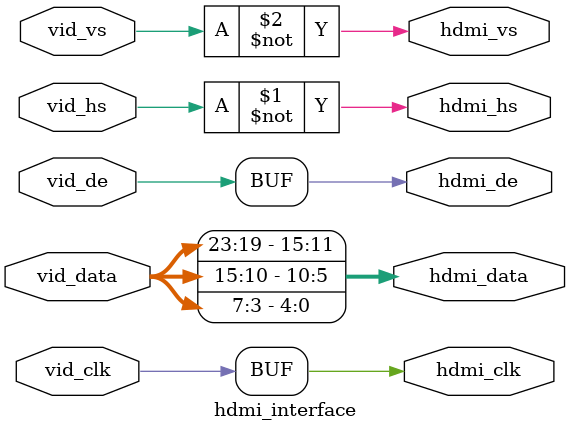
<source format=v>
`timescale 1ns / 1ps

module hdmi_interface(
    input vid_de,
    input [23:0] vid_data,
    input vid_hs,
    input vid_vs,
    input vid_clk,
    output hdmi_de,
    output [15:0] hdmi_data,
    output hdmi_hs,
    output hdmi_vs,
    output hdmi_clk
    );
// color 24 bit -> color 16 bit 565
    assign    hdmi_data   =   {vid_data[23:19],vid_data[15:10],vid_data[7:3]};
    assign    hdmi_clk    =   vid_clk;
    assign    hdmi_de     =   vid_de;
    assign    hdmi_hs     =   ~vid_hs;
    assign    hdmi_vs     =   ~vid_vs;  

endmodule

</source>
